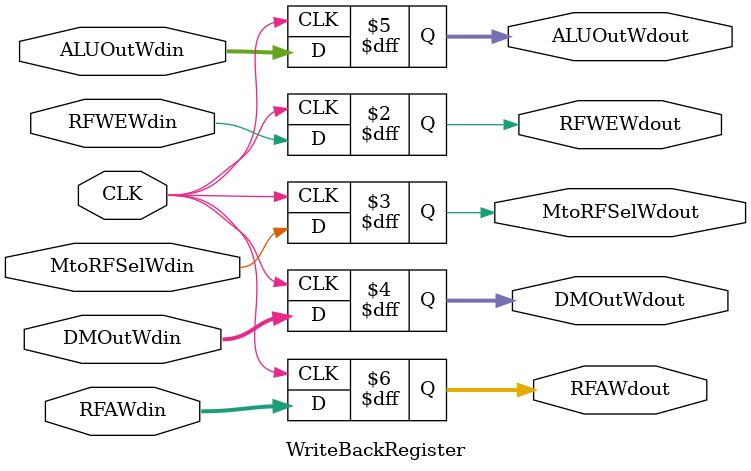
<source format=v>
`timescale 1ns / 1ps


module WriteBackRegister(input CLK, 
                               RFWEWdin,
                               MtoRFSelWdin,
                   input[31:0] DMOutWdin,
                               ALUOutWdin,
                    input[4:0] RFAWdin,
                    output reg RFWEWdout,
                               MtoRFSelWdout,
             output reg [31:0] DMOutWdout,
                               ALUOutWdout,
             output reg [4:0]  RFAWdout);
     
always @(posedge CLK) begin
RFWEWdout <= RFWEWdin;
MtoRFSelWdout <= MtoRFSelWdin;
DMOutWdout <= DMOutWdin;
ALUOutWdout <= ALUOutWdin;
RFAWdout <= RFAWdin;
end
                            
endmodule

</source>
